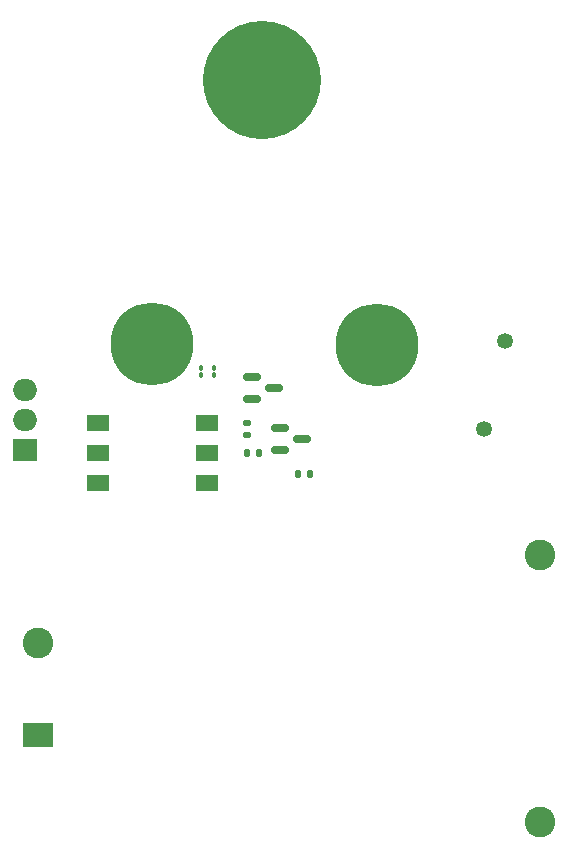
<source format=gbr>
%TF.GenerationSoftware,KiCad,Pcbnew,7.0.10*%
%TF.CreationDate,2024-01-17T02:44:35+05:30*%
%TF.ProjectId,open_src,6f70656e-5f73-4726-932e-6b696361645f,rev?*%
%TF.SameCoordinates,Original*%
%TF.FileFunction,Soldermask,Bot*%
%TF.FilePolarity,Negative*%
%FSLAX46Y46*%
G04 Gerber Fmt 4.6, Leading zero omitted, Abs format (unit mm)*
G04 Created by KiCad (PCBNEW 7.0.10) date 2024-01-17 02:44:35*
%MOMM*%
%LPD*%
G01*
G04 APERTURE LIST*
G04 Aperture macros list*
%AMRoundRect*
0 Rectangle with rounded corners*
0 $1 Rounding radius*
0 $2 $3 $4 $5 $6 $7 $8 $9 X,Y pos of 4 corners*
0 Add a 4 corners polygon primitive as box body*
4,1,4,$2,$3,$4,$5,$6,$7,$8,$9,$2,$3,0*
0 Add four circle primitives for the rounded corners*
1,1,$1+$1,$2,$3*
1,1,$1+$1,$4,$5*
1,1,$1+$1,$6,$7*
1,1,$1+$1,$8,$9*
0 Add four rect primitives between the rounded corners*
20,1,$1+$1,$2,$3,$4,$5,0*
20,1,$1+$1,$4,$5,$6,$7,0*
20,1,$1+$1,$6,$7,$8,$9,0*
20,1,$1+$1,$8,$9,$2,$3,0*%
G04 Aperture macros list end*
%ADD10C,7.000000*%
%ADD11C,1.346200*%
%ADD12R,1.955800X1.346200*%
%ADD13RoundRect,0.135000X0.135000X0.185000X-0.135000X0.185000X-0.135000X-0.185000X0.135000X-0.185000X0*%
%ADD14RoundRect,0.100000X0.100000X-0.130000X0.100000X0.130000X-0.100000X0.130000X-0.100000X-0.130000X0*%
%ADD15RoundRect,0.100000X-0.100000X0.130000X-0.100000X-0.130000X0.100000X-0.130000X0.100000X0.130000X0*%
%ADD16RoundRect,0.135000X-0.135000X-0.185000X0.135000X-0.185000X0.135000X0.185000X-0.135000X0.185000X0*%
%ADD17RoundRect,0.135000X0.185000X-0.135000X0.185000X0.135000X-0.185000X0.135000X-0.185000X-0.135000X0*%
%ADD18RoundRect,0.150000X-0.587500X-0.150000X0.587500X-0.150000X0.587500X0.150000X-0.587500X0.150000X0*%
%ADD19C,10.000000*%
%ADD20O,2.000000X1.905000*%
%ADD21R,2.000000X1.905000*%
%ADD22R,2.600000X2.000000*%
%ADD23C,2.600000*%
G04 APERTURE END LIST*
D10*
%TO.C,H2*%
X154490000Y-92110000D03*
%TD*%
D11*
%TO.C,R1*%
X182626000Y-99314000D03*
X184426000Y-91814000D03*
%TD*%
D12*
%TO.C,U3*%
X159160100Y-98790000D03*
X159160100Y-101330000D03*
X159160100Y-103870000D03*
X149939900Y-103870000D03*
X149939900Y-101330000D03*
X149939900Y-98790000D03*
%TD*%
D13*
%TO.C,R10*%
X162558000Y-101346000D03*
X163578000Y-101346000D03*
%TD*%
D14*
%TO.C,R9*%
X159766000Y-94742000D03*
X159766000Y-94102000D03*
%TD*%
D15*
%TO.C,R8*%
X158656000Y-94112000D03*
X158656000Y-94752000D03*
%TD*%
D16*
%TO.C,R4*%
X166876000Y-103124000D03*
X167896000Y-103124000D03*
%TD*%
D17*
%TO.C,R3*%
X162560000Y-98800000D03*
X162560000Y-99820000D03*
%TD*%
D18*
%TO.C,Q3*%
X165354000Y-101092000D03*
X165354000Y-99192000D03*
X167229000Y-100142000D03*
%TD*%
%TO.C,Q2*%
X162992500Y-96750000D03*
X162992500Y-94850000D03*
X164867500Y-95800000D03*
%TD*%
D10*
%TO.C,H3*%
X173610000Y-92160000D03*
%TD*%
D19*
%TO.C,H1*%
X163870000Y-69720000D03*
%TD*%
D20*
%TO.C,Q1*%
X143805000Y-95980000D03*
X143805000Y-98520000D03*
D21*
X143805000Y-101060000D03*
%TD*%
D22*
%TO.C,PS1*%
X144850000Y-125180000D03*
D23*
X144850000Y-117380000D03*
X187350000Y-132580000D03*
X187350000Y-109980000D03*
%TD*%
M02*

</source>
